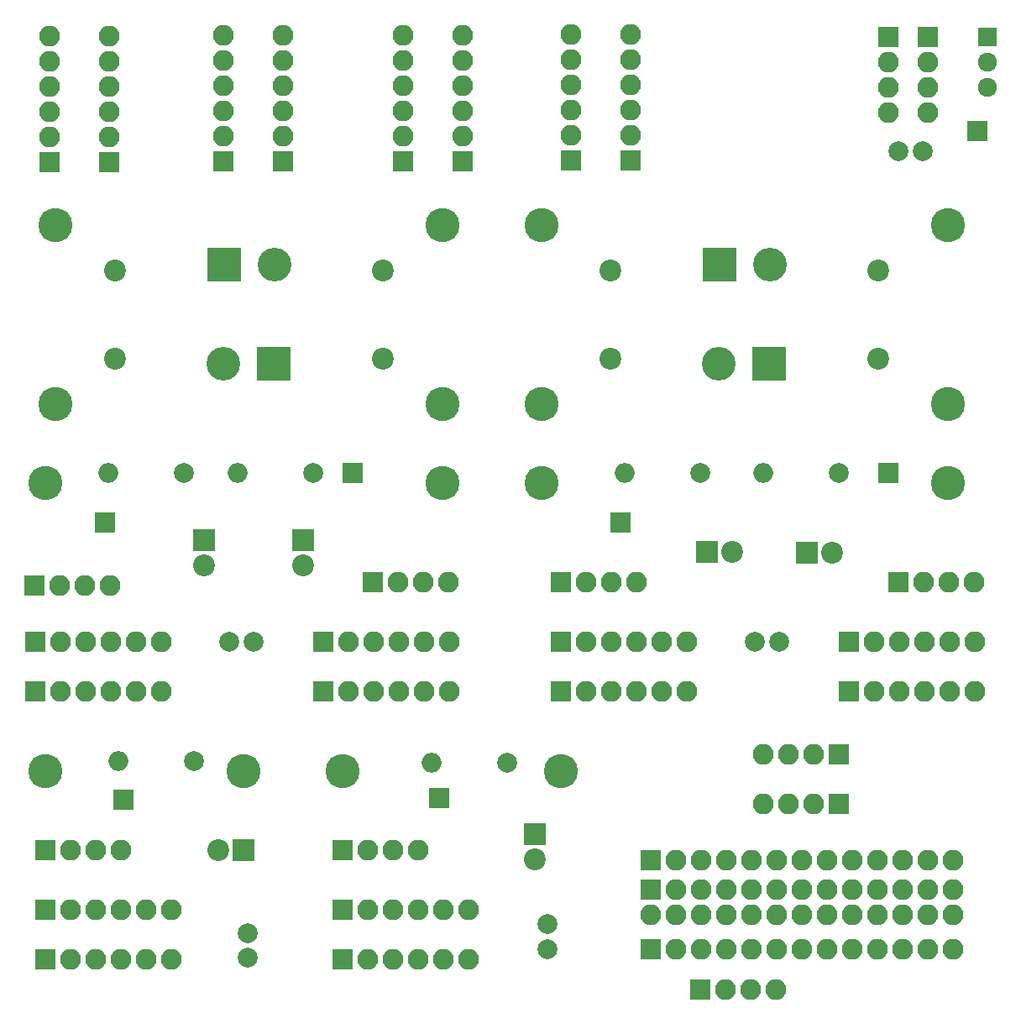
<source format=gbr>
G04 #@! TF.FileFunction,Soldermask,Bot*
%FSLAX46Y46*%
G04 Gerber Fmt 4.6, Leading zero omitted, Abs format (unit mm)*
G04 Created by KiCad (PCBNEW 4.0.7) date 09/21/21 22:43:12*
%MOMM*%
%LPD*%
G01*
G04 APERTURE LIST*
%ADD10C,0.100000*%
%ADD11R,2.100000X2.100000*%
%ADD12O,2.100000X2.100000*%
%ADD13R,3.400000X3.400000*%
%ADD14C,3.400000*%
%ADD15C,3.448000*%
%ADD16C,2.200000*%
%ADD17R,2.200000X2.200000*%
%ADD18C,2.000000*%
%ADD19O,2.000000X2.000000*%
%ADD20C,1.920000*%
%ADD21R,1.920000X1.920000*%
G04 APERTURE END LIST*
D10*
D11*
X40397000Y-44645000D03*
D12*
X40397000Y-42105000D03*
X40397000Y-39565000D03*
X40397000Y-37025000D03*
X40397000Y-34485000D03*
X40397000Y-31945000D03*
D11*
X34397000Y-44645000D03*
D12*
X34397000Y-42105000D03*
X34397000Y-39565000D03*
X34397000Y-37025000D03*
X34397000Y-34485000D03*
X34397000Y-31945000D03*
D11*
X51923000Y-44521000D03*
D12*
X51923000Y-41981000D03*
X51923000Y-39441000D03*
X51923000Y-36901000D03*
X51923000Y-34361000D03*
X51923000Y-31821000D03*
D11*
X57923000Y-44521000D03*
D12*
X57923000Y-41981000D03*
X57923000Y-39441000D03*
X57923000Y-36901000D03*
X57923000Y-34361000D03*
X57923000Y-31821000D03*
D11*
X70084000Y-44540000D03*
D12*
X70084000Y-42000000D03*
X70084000Y-39460000D03*
X70084000Y-36920000D03*
X70084000Y-34380000D03*
X70084000Y-31840000D03*
D11*
X76084000Y-44540000D03*
D12*
X76084000Y-42000000D03*
X76084000Y-39460000D03*
X76084000Y-36920000D03*
X76084000Y-34380000D03*
X76084000Y-31840000D03*
D13*
X57000000Y-65000000D03*
D14*
X51920000Y-65000000D03*
D15*
X35000000Y-51000000D03*
D16*
X41000000Y-64445000D03*
X41000000Y-55555000D03*
D15*
X74000000Y-51000000D03*
D13*
X52000000Y-55000000D03*
D14*
X57080000Y-55000000D03*
D15*
X35000000Y-69000000D03*
D16*
X68000000Y-64445000D03*
X68000000Y-55555000D03*
D15*
X74000000Y-69000000D03*
D13*
X102000000Y-55000000D03*
D14*
X107080000Y-55000000D03*
D15*
X84000000Y-51000000D03*
D16*
X118000000Y-64445000D03*
X118000000Y-55555000D03*
D15*
X84000000Y-69000000D03*
D13*
X107000000Y-65000000D03*
D14*
X101920000Y-65000000D03*
D15*
X125000000Y-51000000D03*
D16*
X91000000Y-64445000D03*
X91000000Y-55555000D03*
D15*
X125000000Y-69000000D03*
D17*
X49970000Y-82720000D03*
D16*
X49970000Y-85260000D03*
D15*
X34000000Y-77000000D03*
D11*
X33000000Y-98000000D03*
D12*
X35540000Y-98000000D03*
X38080000Y-98000000D03*
X40620000Y-98000000D03*
X43160000Y-98000000D03*
X45700000Y-98000000D03*
D11*
X40000000Y-81000000D03*
X32920000Y-87290000D03*
D12*
X35460000Y-87290000D03*
X38000000Y-87290000D03*
X40540000Y-87290000D03*
D11*
X33000000Y-93000000D03*
D12*
X35540000Y-93000000D03*
X38080000Y-93000000D03*
X40620000Y-93000000D03*
X43160000Y-93000000D03*
X45700000Y-93000000D03*
D11*
X62000000Y-98000000D03*
D12*
X64540000Y-98000000D03*
X67080000Y-98000000D03*
X69620000Y-98000000D03*
X72160000Y-98000000D03*
X74700000Y-98000000D03*
D11*
X67000000Y-87000000D03*
D12*
X69540000Y-87000000D03*
X72080000Y-87000000D03*
X74620000Y-87000000D03*
D11*
X65000000Y-76000000D03*
X62000000Y-93000000D03*
D12*
X64540000Y-93000000D03*
X67080000Y-93000000D03*
X69620000Y-93000000D03*
X72160000Y-93000000D03*
X74700000Y-93000000D03*
D15*
X74000000Y-77000000D03*
D17*
X60000000Y-82750000D03*
D16*
X60000000Y-85290000D03*
D18*
X55000000Y-93000000D03*
X52500000Y-93000000D03*
X108000000Y-93000000D03*
X105500000Y-93000000D03*
X48000000Y-76000000D03*
D19*
X40380000Y-76000000D03*
D18*
X61000000Y-76000000D03*
D19*
X53380000Y-76000000D03*
D17*
X100710000Y-83940000D03*
D16*
X103250000Y-83940000D03*
D15*
X84000000Y-77000000D03*
D11*
X86000000Y-93000000D03*
D12*
X88540000Y-93000000D03*
X91080000Y-93000000D03*
X93620000Y-93000000D03*
X96160000Y-93000000D03*
X98700000Y-93000000D03*
D11*
X92000000Y-81000000D03*
X86000000Y-87000000D03*
D12*
X88540000Y-87000000D03*
X91080000Y-87000000D03*
X93620000Y-87000000D03*
D11*
X86000000Y-98000000D03*
D12*
X88540000Y-98000000D03*
X91080000Y-98000000D03*
X93620000Y-98000000D03*
X96160000Y-98000000D03*
X98700000Y-98000000D03*
D11*
X115000000Y-93000000D03*
D12*
X117540000Y-93000000D03*
X120080000Y-93000000D03*
X122620000Y-93000000D03*
X125160000Y-93000000D03*
X127700000Y-93000000D03*
D11*
X120000000Y-87000000D03*
D12*
X122540000Y-87000000D03*
X125080000Y-87000000D03*
X127620000Y-87000000D03*
D11*
X119000000Y-76000000D03*
X115000000Y-98000000D03*
D12*
X117540000Y-98000000D03*
X120080000Y-98000000D03*
X122620000Y-98000000D03*
X125160000Y-98000000D03*
X127700000Y-98000000D03*
D15*
X125000000Y-77000000D03*
D17*
X110750000Y-84020000D03*
D16*
X113290000Y-84020000D03*
D18*
X100000000Y-76000000D03*
D19*
X92380000Y-76000000D03*
D18*
X114000000Y-76000000D03*
D19*
X106380000Y-76000000D03*
D18*
X54370000Y-124860000D03*
X54370000Y-122360000D03*
D11*
X34000000Y-125000000D03*
D12*
X36540000Y-125000000D03*
X39080000Y-125000000D03*
X41620000Y-125000000D03*
X44160000Y-125000000D03*
X46700000Y-125000000D03*
D11*
X34000000Y-114000000D03*
D12*
X36540000Y-114000000D03*
X39080000Y-114000000D03*
X41620000Y-114000000D03*
D11*
X41830000Y-108940000D03*
X34000000Y-120000000D03*
D12*
X36540000Y-120000000D03*
X39080000Y-120000000D03*
X41620000Y-120000000D03*
X44160000Y-120000000D03*
X46700000Y-120000000D03*
D15*
X54000000Y-106000000D03*
D17*
X54000000Y-114000000D03*
D16*
X51460000Y-114000000D03*
D18*
X49000000Y-105000000D03*
D19*
X41380000Y-105000000D03*
D15*
X34000000Y-106000000D03*
D18*
X84660000Y-123940000D03*
X84660000Y-121440000D03*
D15*
X64000000Y-106000000D03*
D11*
X64000000Y-125000000D03*
D12*
X66540000Y-125000000D03*
X69080000Y-125000000D03*
X71620000Y-125000000D03*
X74160000Y-125000000D03*
X76700000Y-125000000D03*
D11*
X64000000Y-114000000D03*
D12*
X66540000Y-114000000D03*
X69080000Y-114000000D03*
X71620000Y-114000000D03*
D11*
X73660000Y-108712000D03*
X64000000Y-120000000D03*
D12*
X66540000Y-120000000D03*
X69080000Y-120000000D03*
X71620000Y-120000000D03*
X74160000Y-120000000D03*
X76700000Y-120000000D03*
D15*
X86000000Y-106000000D03*
D17*
X83370000Y-112370000D03*
D16*
X83370000Y-114910000D03*
D18*
X80518000Y-105156000D03*
D19*
X72898000Y-105156000D03*
D11*
X100000000Y-128000000D03*
D12*
X102540000Y-128000000D03*
X105080000Y-128000000D03*
X107620000Y-128000000D03*
D11*
X114010000Y-109350000D03*
D12*
X111470000Y-109350000D03*
X108930000Y-109350000D03*
X106390000Y-109350000D03*
D11*
X114010000Y-104350000D03*
D12*
X111470000Y-104350000D03*
X108930000Y-104350000D03*
X106390000Y-104350000D03*
D11*
X95000000Y-118000000D03*
D12*
X95000000Y-120540000D03*
X97540000Y-118000000D03*
X97540000Y-120540000D03*
X100080000Y-118000000D03*
X100080000Y-120540000D03*
X102620000Y-118000000D03*
X102620000Y-120540000D03*
X105160000Y-118000000D03*
X105160000Y-120540000D03*
X107700000Y-118000000D03*
X107700000Y-120540000D03*
X110240000Y-118000000D03*
X110240000Y-120540000D03*
X112780000Y-118000000D03*
X112780000Y-120540000D03*
X115320000Y-118000000D03*
X115320000Y-120540000D03*
X117860000Y-118000000D03*
X117860000Y-120540000D03*
X120400000Y-118000000D03*
X120400000Y-120540000D03*
X122940000Y-118000000D03*
X122940000Y-120540000D03*
X125480000Y-118000000D03*
X125480000Y-120540000D03*
D11*
X95000000Y-124000000D03*
D12*
X97540000Y-124000000D03*
X100080000Y-124000000D03*
X102620000Y-124000000D03*
X105160000Y-124000000D03*
X107700000Y-124000000D03*
X110240000Y-124000000D03*
X112780000Y-124000000D03*
X115320000Y-124000000D03*
X117860000Y-124000000D03*
X120400000Y-124000000D03*
X122940000Y-124000000D03*
X125480000Y-124000000D03*
D11*
X95000000Y-115000000D03*
D12*
X97540000Y-115000000D03*
X100080000Y-115000000D03*
X102620000Y-115000000D03*
X105160000Y-115000000D03*
X107700000Y-115000000D03*
X110240000Y-115000000D03*
X112780000Y-115000000D03*
X115320000Y-115000000D03*
X117860000Y-115000000D03*
X120400000Y-115000000D03*
X122940000Y-115000000D03*
X125480000Y-115000000D03*
D18*
X120000000Y-43500000D03*
X122500000Y-43500000D03*
D11*
X119000000Y-32000000D03*
D12*
X119000000Y-34540000D03*
X119000000Y-37080000D03*
X119000000Y-39620000D03*
D11*
X123000000Y-32000000D03*
D12*
X123000000Y-34540000D03*
X123000000Y-37080000D03*
X123000000Y-39620000D03*
D11*
X128000000Y-41500000D03*
D20*
X129000000Y-34540000D03*
X129000000Y-37080000D03*
D21*
X129000000Y-32000000D03*
D11*
X87000000Y-44500000D03*
D12*
X87000000Y-41960000D03*
X87000000Y-39420000D03*
X87000000Y-36880000D03*
X87000000Y-34340000D03*
X87000000Y-31800000D03*
D11*
X93000000Y-44500000D03*
D12*
X93000000Y-41960000D03*
X93000000Y-39420000D03*
X93000000Y-36880000D03*
X93000000Y-34340000D03*
X93000000Y-31800000D03*
M02*

</source>
